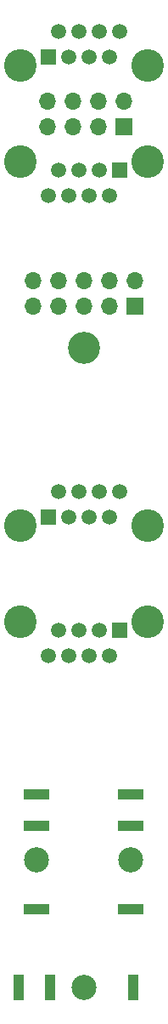
<source format=gbr>
%TF.GenerationSoftware,KiCad,Pcbnew,7.0.5*%
%TF.CreationDate,2023-07-06T16:05:27+01:00*%
%TF.ProjectId,QuangoBreakout_Controls,5175616e-676f-4427-9265-616b6f75745f,rev?*%
%TF.SameCoordinates,Original*%
%TF.FileFunction,Soldermask,Top*%
%TF.FilePolarity,Negative*%
%FSLAX46Y46*%
G04 Gerber Fmt 4.6, Leading zero omitted, Abs format (unit mm)*
G04 Created by KiCad (PCBNEW 7.0.5) date 2023-07-06 16:05:27*
%MOMM*%
%LPD*%
G01*
G04 APERTURE LIST*
%ADD10C,3.250000*%
%ADD11C,1.500000*%
%ADD12R,1.500000X1.500000*%
%ADD13C,2.500000*%
%ADD14R,1.000000X2.500000*%
%ADD15R,2.500000X1.000000*%
%ADD16C,3.200000*%
%ADD17R,1.700000X1.700000*%
%ADD18O,1.700000X1.700000*%
G04 APERTURE END LIST*
D10*
%TO.C,J1*%
X53050000Y-62800000D03*
X65750000Y-62800000D03*
D11*
X62960000Y-59370000D03*
X61930000Y-61910000D03*
X60930000Y-59370000D03*
X59910000Y-61910000D03*
X58900000Y-59370000D03*
X57880000Y-61910000D03*
X56870000Y-59370000D03*
D12*
X55850000Y-61910000D03*
%TD*%
D10*
%TO.C,J2*%
X65750000Y-72300000D03*
X53050000Y-72300000D03*
D11*
X55840000Y-75730000D03*
X56870000Y-73190000D03*
X57870000Y-75730000D03*
X58890000Y-73190000D03*
X59900000Y-75730000D03*
X60920000Y-73190000D03*
X61930000Y-75730000D03*
D12*
X62950000Y-73190000D03*
%TD*%
D13*
%TO.C,J9*%
X59400000Y-154500000D03*
D14*
X52920000Y-154500000D03*
X56020000Y-154500000D03*
X64320000Y-154500000D03*
%TD*%
D13*
%TO.C,J8*%
X64100000Y-141800000D03*
D15*
X64100000Y-135320000D03*
X64100000Y-138420000D03*
X64100000Y-146720000D03*
%TD*%
D10*
%TO.C,J3*%
X65750000Y-118100000D03*
X53050000Y-118100000D03*
D11*
X55840000Y-121530000D03*
X56870000Y-118990000D03*
X57870000Y-121530000D03*
X58890000Y-118990000D03*
X59900000Y-121530000D03*
X60920000Y-118990000D03*
X61930000Y-121530000D03*
D12*
X62950000Y-118990000D03*
%TD*%
D16*
%TO.C,H1*%
X59400000Y-90900000D03*
%TD*%
D13*
%TO.C,J7*%
X54700000Y-141800000D03*
D15*
X54700000Y-135320000D03*
X54700000Y-138420000D03*
X54700000Y-146720000D03*
%TD*%
D10*
%TO.C,J4*%
X53050000Y-108600000D03*
X65750000Y-108600000D03*
D11*
X62960000Y-105170000D03*
X61930000Y-107710000D03*
X60930000Y-105170000D03*
X59910000Y-107710000D03*
X58900000Y-105170000D03*
X57880000Y-107710000D03*
X56870000Y-105170000D03*
D12*
X55850000Y-107710000D03*
%TD*%
D17*
%TO.C,J10*%
X63400000Y-68875000D03*
D18*
X63400000Y-66335000D03*
X60860000Y-68875000D03*
X60860000Y-66335000D03*
X58320000Y-68875000D03*
X58320000Y-66335000D03*
X55780000Y-68875000D03*
X55780000Y-66335000D03*
%TD*%
D17*
%TO.C,J6*%
X64475000Y-86700000D03*
D18*
X64475000Y-84160000D03*
X61935000Y-86700000D03*
X61935000Y-84160000D03*
X59395000Y-86700000D03*
X59395000Y-84160000D03*
X56855000Y-86700000D03*
X56855000Y-84160000D03*
X54315000Y-86700000D03*
X54315000Y-84160000D03*
%TD*%
M02*

</source>
